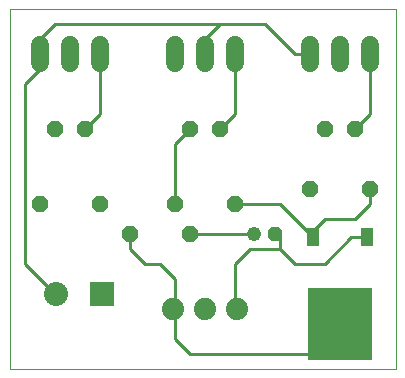
<source format=gtl>
G75*
G70*
%OFA0B0*%
%FSLAX24Y24*%
%IPPOS*%
%LPD*%
%AMOC8*
5,1,8,0,0,1.08239X$1,22.5*
%
%ADD10C,0.0000*%
%ADD11C,0.0600*%
%ADD12R,0.0800X0.0800*%
%ADD13C,0.0800*%
%ADD14OC8,0.0520*%
%ADD15OC8,0.0480*%
%ADD16C,0.0480*%
%ADD17C,0.0740*%
%ADD18R,0.2126X0.2441*%
%ADD19R,0.0394X0.0630*%
%ADD20C,0.0100*%
D10*
X000313Y000109D02*
X000313Y012105D01*
X013183Y012105D01*
X013183Y000109D01*
X000313Y000109D01*
D11*
X001313Y010309D02*
X001313Y010909D01*
X002313Y010909D02*
X002313Y010309D01*
X003313Y010309D02*
X003313Y010909D01*
X005813Y010909D02*
X005813Y010309D01*
X006813Y010309D02*
X006813Y010909D01*
X007813Y010909D02*
X007813Y010309D01*
X010313Y010309D02*
X010313Y010909D01*
X011313Y010909D02*
X011313Y010309D01*
X012313Y010309D02*
X012313Y010909D01*
D12*
X003383Y002609D03*
D13*
X001865Y002609D03*
D14*
X004313Y004609D03*
X003313Y005609D03*
X001313Y005609D03*
X001813Y008109D03*
X002813Y008109D03*
X005813Y005609D03*
X006313Y004609D03*
X007813Y005609D03*
X010313Y006109D03*
X012313Y006109D03*
X011813Y008109D03*
X010813Y008109D03*
X007313Y008109D03*
X006313Y008109D03*
D15*
X009163Y004609D03*
D16*
X008463Y004609D03*
D17*
X007883Y002109D03*
X006813Y002109D03*
X005743Y002109D03*
D18*
X011313Y001624D03*
D19*
X010415Y004498D03*
X012211Y004498D03*
D20*
X011703Y004498D01*
X010813Y003609D01*
X009813Y003609D01*
X009313Y004109D01*
X008313Y004109D01*
X007813Y003609D01*
X007813Y002179D01*
X007883Y002109D01*
X007813Y002109D01*
X006313Y000609D02*
X010313Y000609D01*
X010313Y001109D01*
X011313Y002109D01*
X011313Y001624D01*
X009313Y004109D02*
X009313Y004459D01*
X009163Y004609D01*
X008463Y004609D02*
X006313Y004609D01*
X005813Y005609D02*
X005813Y007609D01*
X006313Y008109D01*
X007313Y008109D02*
X007813Y008609D01*
X007813Y010609D01*
X006813Y010609D02*
X006813Y011109D01*
X007313Y011609D01*
X008813Y011609D01*
X009813Y010609D01*
X010313Y010609D01*
X012313Y010609D02*
X012313Y008609D01*
X011813Y008109D01*
X012313Y006109D02*
X012313Y005609D01*
X011813Y005109D01*
X010813Y005109D01*
X010313Y004609D01*
X009313Y005609D01*
X007813Y005609D01*
X010313Y004609D02*
X010415Y004498D01*
X005813Y003109D02*
X005813Y002179D01*
X005743Y002109D01*
X005813Y002109D01*
X005813Y001109D01*
X006313Y000609D01*
X005813Y003109D02*
X005313Y003609D01*
X004813Y003609D01*
X004313Y004109D01*
X004313Y004609D01*
X001865Y002609D02*
X001813Y002609D01*
X000813Y003609D01*
X000813Y009609D01*
X001313Y010109D01*
X001313Y010609D01*
X001313Y011109D01*
X001813Y011609D01*
X007313Y011609D01*
X003313Y010609D02*
X003313Y008609D01*
X002813Y008109D01*
M02*

</source>
